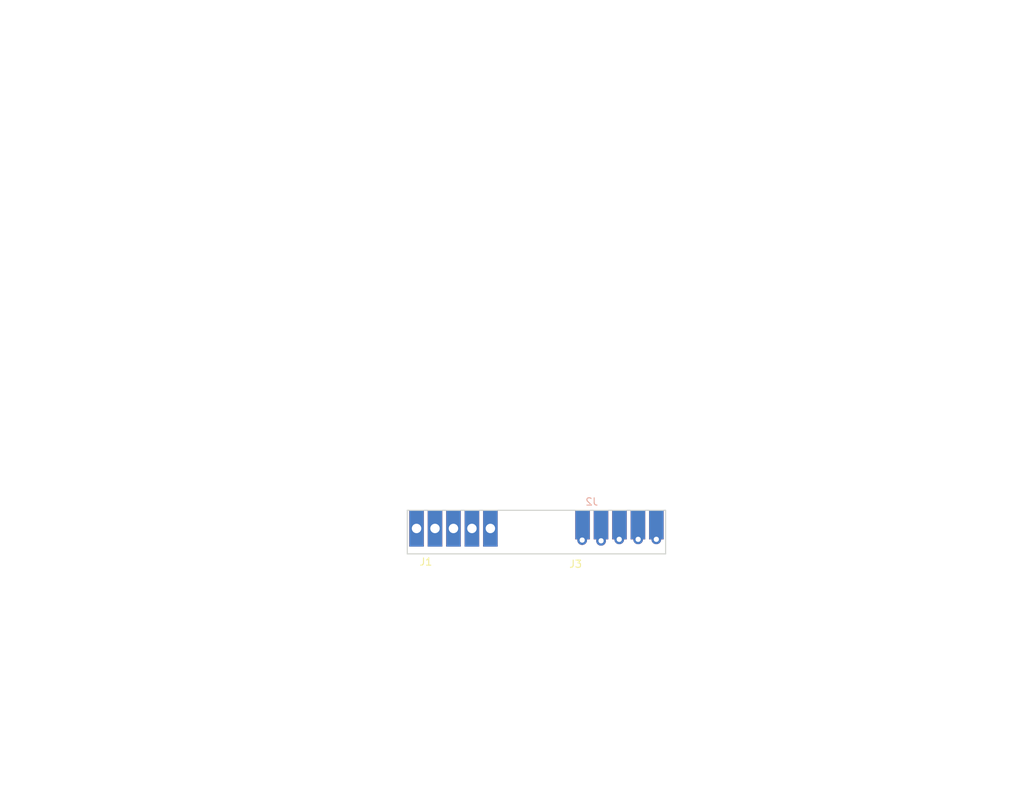
<source format=kicad_pcb>
(kicad_pcb (version 20171130) (host pcbnew 5.0.2-bee76a0~70~ubuntu16.04.1)

  (general
    (thickness 1.6002)
    (drawings 7)
    (tracks 29)
    (zones 0)
    (modules 3)
    (nets 11)
  )

  (page A4)
  (layers
    (0 Front signal)
    (31 Back signal)
    (32 B.Adhes user)
    (33 F.Adhes user)
    (34 B.Paste user)
    (35 F.Paste user)
    (36 B.SilkS user)
    (37 F.SilkS user)
    (38 B.Mask user)
    (39 F.Mask user)
    (40 Dwgs.User user)
    (41 Cmts.User user)
    (42 Eco1.User user)
    (43 Eco2.User user)
    (44 Edge.Cuts user)
  )

  (setup
    (last_trace_width 0.2032)
    (trace_clearance 0.2032)
    (zone_clearance 0.508)
    (zone_45_only yes)
    (trace_min 0.2032)
    (segment_width 0.15)
    (edge_width 0.381)
    (via_size 0.889)
    (via_drill 0.6)
    (via_min_size 0.889)
    (via_min_drill 0.508)
    (uvia_size 0.889)
    (uvia_drill 0.6096)
    (uvias_allowed no)
    (uvia_min_size 0.508)
    (uvia_min_drill 0.127)
    (pcb_text_width 0.3048)
    (pcb_text_size 1.524 2.032)
    (mod_edge_width 0.381)
    (mod_text_size 1.524 1.524)
    (mod_text_width 0.3048)
    (pad_size 7 7)
    (pad_drill 3.4)
    (pad_to_mask_clearance 0.0508)
    (solder_mask_min_width 0.25)
    (aux_axis_origin 0 0)
    (visible_elements FFFFFFFF)
    (pcbplotparams
      (layerselection 0x010f0_ffffffff)
      (usegerberextensions false)
      (usegerberattributes true)
      (usegerberadvancedattributes false)
      (creategerberjobfile false)
      (excludeedgelayer false)
      (linewidth 0.150000)
      (plotframeref false)
      (viasonmask false)
      (mode 1)
      (useauxorigin false)
      (hpglpennumber 1)
      (hpglpenspeed 20)
      (hpglpendiameter 15.000000)
      (psnegative false)
      (psa4output false)
      (plotreference true)
      (plotvalue true)
      (plotinvisibletext false)
      (padsonsilk false)
      (subtractmaskfromsilk false)
      (outputformat 1)
      (mirror false)
      (drillshape 0)
      (scaleselection 1)
      (outputdirectory "fabricaton_jlcpcb/"))
  )

  (net 0 "")
  (net 1 "Net-(J1-Pad5)")
  (net 2 "Net-(J1-Pad4)")
  (net 3 "Net-(J1-Pad3)")
  (net 4 "Net-(J1-Pad2)")
  (net 5 "Net-(J1-Pad1)")
  (net 6 "Net-(J2-Pad5)")
  (net 7 "Net-(J2-Pad4)")
  (net 8 "Net-(J2-Pad3)")
  (net 9 "Net-(J2-Pad2)")
  (net 10 "Net-(J2-Pad1)")

  (net_class Default "This is the default net class."
    (clearance 0.2032)
    (trace_width 0.2032)
    (via_dia 0.889)
    (via_drill 0.6)
    (uvia_dia 0.889)
    (uvia_drill 0.6096)
    (diff_pair_gap 0.2)
    (diff_pair_width 0.2032)
  )

  (net_class led_power ""
    (clearance 0.2032)
    (trace_width 0.3048)
    (via_dia 0.889)
    (via_drill 0.6096)
    (uvia_dia 0.889)
    (uvia_drill 0.6096)
    (diff_pair_gap 0.25)
    (diff_pair_width 0.2032)
  )

  (net_class power ""
    (clearance 0.254)
    (trace_width 0.6096)
    (via_dia 1.3462)
    (via_drill 0.7112)
    (uvia_dia 0.9652)
    (uvia_drill 0.7112)
    (diff_pair_gap 0.25)
    (diff_pair_width 0.254)
    (add_net "Net-(J1-Pad1)")
    (add_net "Net-(J1-Pad2)")
    (add_net "Net-(J1-Pad3)")
    (add_net "Net-(J1-Pad4)")
    (add_net "Net-(J1-Pad5)")
    (add_net "Net-(J2-Pad1)")
    (add_net "Net-(J2-Pad2)")
    (add_net "Net-(J2-Pad3)")
    (add_net "Net-(J2-Pad4)")
    (add_net "Net-(J2-Pad5)")
  )

  (module libraries:5way_pogo_1mm_hole (layer Front) (tedit 5D1C50AE) (tstamp 5D1C56BD)
    (at 83.51 102.5)
    (path /5D1D2742)
    (fp_text reference J1 (at 1.29 4.6) (layer F.SilkS)
      (effects (font (size 1 1) (thickness 0.15)))
    )
    (fp_text value Conn_01x05 (at 5.715 -3.81) (layer F.Fab)
      (effects (font (size 1 1) (thickness 0.15)))
    )
    (pad 5 thru_hole rect (at 10.16 0) (size 2 5) (drill 1.3) (layers *.Cu *.Mask)
      (net 1 "Net-(J1-Pad5)"))
    (pad 4 thru_hole rect (at 7.62 0) (size 2 5) (drill 1.3) (layers *.Cu *.Mask)
      (net 2 "Net-(J1-Pad4)"))
    (pad 3 thru_hole rect (at 5.08 0) (size 2 5) (drill 1.3) (layers *.Cu *.Mask)
      (net 3 "Net-(J1-Pad3)"))
    (pad 2 thru_hole rect (at 2.54 0) (size 2 5) (drill 1.3) (layers *.Cu *.Mask)
      (net 4 "Net-(J1-Pad2)"))
    (pad 1 thru_hole rect (at 0 0) (size 2 5) (drill 1.3) (layers *.Cu *.Mask)
      (net 5 "Net-(J1-Pad1)"))
  )

  (module libraries:5way_pogo_pad (layer Back) (tedit 5D1C517A) (tstamp 5D1C56C6)
    (at 106.35 102)
    (path /5D1D27C5)
    (fp_text reference J2 (at 1.27 -3.175) (layer B.SilkS)
      (effects (font (size 1 1) (thickness 0.15)) (justify mirror))
    )
    (fp_text value Conn_01x05 (at 5.715 3.81) (layer B.Fab)
      (effects (font (size 1 1) (thickness 0.15)) (justify mirror))
    )
    (pad 5 smd rect (at 10.16 0) (size 2 4) (layers Back B.Paste B.Mask)
      (net 6 "Net-(J2-Pad5)"))
    (pad 4 smd rect (at 7.62 0) (size 2 4) (layers Back B.Paste B.Mask)
      (net 7 "Net-(J2-Pad4)"))
    (pad 3 smd rect (at 5.08 0) (size 2 4) (layers Back B.Paste B.Mask)
      (net 8 "Net-(J2-Pad3)"))
    (pad 2 smd rect (at 2.54 0) (size 2 4) (layers Back B.Paste B.Mask)
      (net 9 "Net-(J2-Pad2)"))
    (pad 1 smd rect (at 0 0) (size 2 4) (layers Back B.Paste B.Mask)
      (net 10 "Net-(J2-Pad1)"))
  )

  (module libraries:5way_pogo_pad (layer Front) (tedit 5D1C517A) (tstamp 5D1C56CF)
    (at 106.35 102)
    (path /5D1D2841)
    (fp_text reference J3 (at -0.95 5.4) (layer F.SilkS)
      (effects (font (size 1 1) (thickness 0.15)))
    )
    (fp_text value Conn_01x05 (at 5.715 -3.81) (layer F.Fab)
      (effects (font (size 1 1) (thickness 0.15)))
    )
    (pad 5 smd rect (at 10.16 0) (size 2 4) (layers Front F.Paste F.Mask)
      (net 6 "Net-(J2-Pad5)"))
    (pad 4 smd rect (at 7.62 0) (size 2 4) (layers Front F.Paste F.Mask)
      (net 7 "Net-(J2-Pad4)"))
    (pad 3 smd rect (at 5.08 0) (size 2 4) (layers Front F.Paste F.Mask)
      (net 8 "Net-(J2-Pad3)"))
    (pad 2 smd rect (at 2.54 0) (size 2 4) (layers Front F.Paste F.Mask)
      (net 9 "Net-(J2-Pad2)"))
    (pad 1 smd rect (at 0 0) (size 2 4) (layers Front F.Paste F.Mask)
      (net 10 "Net-(J2-Pad1)"))
  )

  (gr_line (start 82.24 100) (end 82.24 106) (layer Edge.Cuts) (width 0.15))
  (gr_line (start 117.78 106) (end 82.24 106) (layer Edge.Cuts) (width 0.15))
  (gr_line (start 117.78 100) (end 117.78 106) (layer Edge.Cuts) (width 0.15))
  (gr_line (start 82.24 100) (end 117.78 100) (layer Edge.Cuts) (width 0.15))
  (gr_text "TODO:\nadd open hardware logo\n" (at 96.65 44.4) (layer Cmts.User)
    (effects (font (size 10.16 7.62) (thickness 0.3048)))
  )
  (gr_line (start 100 60) (end 100 140) (angle 90) (layer Cmts.User) (width 0.381))
  (gr_line (start 60 100) (end 140 100) (angle 90) (layer Cmts.User) (width 0.381))

  (via (at 116.5 103.9979) (size 1.3462) (drill 0.7112) (layers Front Back) (net 6))
  (segment (start 116.51 103.9879) (end 116.5 103.9979) (width 0.6096) (layer Back) (net 6))
  (segment (start 116.51 102) (end 116.51 103.9879) (width 0.6096) (layer Back) (net 6))
  (segment (start 116.5 102.01) (end 116.51 102) (width 0.6096) (layer Front) (net 6))
  (segment (start 116.5 103.9979) (end 116.5 102.01) (width 0.6096) (layer Front) (net 6))
  (via (at 114 103.9979) (size 1.3462) (drill 0.7112) (layers Front Back) (net 7))
  (segment (start 113.97 103.9679) (end 114 103.9979) (width 0.6096) (layer Front) (net 7))
  (segment (start 113.97 102) (end 113.97 103.9679) (width 0.6096) (layer Front) (net 7))
  (segment (start 114 102.03) (end 113.97 102) (width 0.6096) (layer Back) (net 7))
  (segment (start 114 103.9979) (end 114 102.03) (width 0.6096) (layer Back) (net 7))
  (via (at 111.4 103.9979) (size 1.3462) (drill 0.7112) (layers Front Back) (net 8))
  (segment (start 111.43 103.9679) (end 111.4 103.9979) (width 0.6096) (layer Back) (net 8))
  (segment (start 111.43 102) (end 111.43 103.9679) (width 0.6096) (layer Back) (net 8))
  (segment (start 111.4 102.03) (end 111.43 102) (width 0.6096) (layer Front) (net 8))
  (segment (start 111.4 103.9979) (end 111.4 102.03) (width 0.6096) (layer Front) (net 8))
  (via (at 108.9 104.200003) (size 1.3462) (drill 0.7112) (layers Front Back) (net 9))
  (segment (start 108.9 102.01) (end 108.9 103.248096) (width 0.6096) (layer Back) (net 9))
  (segment (start 108.9 103.248096) (end 108.9 104.200003) (width 0.6096) (layer Front) (net 9))
  (segment (start 108.89 102) (end 108.9 102.01) (width 0.6096) (layer Front) (net 9))
  (segment (start 108.9 103.248096) (end 108.9 104.200003) (width 0.6096) (layer Back) (net 9))
  (segment (start 108.9 102.01) (end 108.9 103.248096) (width 0.6096) (layer Front) (net 9))
  (segment (start 108.89 102) (end 108.9 102.01) (width 0.6096) (layer Back) (net 9))
  (via (at 106.3 104.100008) (size 1.3462) (drill 0.7112) (layers Front Back) (net 10))
  (segment (start 106.35 102) (end 106.3 102.05) (width 0.6096) (layer Front) (net 10))
  (segment (start 106.35 102) (end 106.3 102.05) (width 0.6096) (layer Back) (net 10))
  (segment (start 106.3 103.148101) (end 106.3 104.100008) (width 0.6096) (layer Back) (net 10))
  (segment (start 106.3 102.05) (end 106.3 103.148101) (width 0.6096) (layer Back) (net 10))
  (segment (start 106.3 102.05) (end 106.3 103.148101) (width 0.6096) (layer Front) (net 10))
  (segment (start 106.3 103.148101) (end 106.3 104.100008) (width 0.6096) (layer Front) (net 10))

)

</source>
